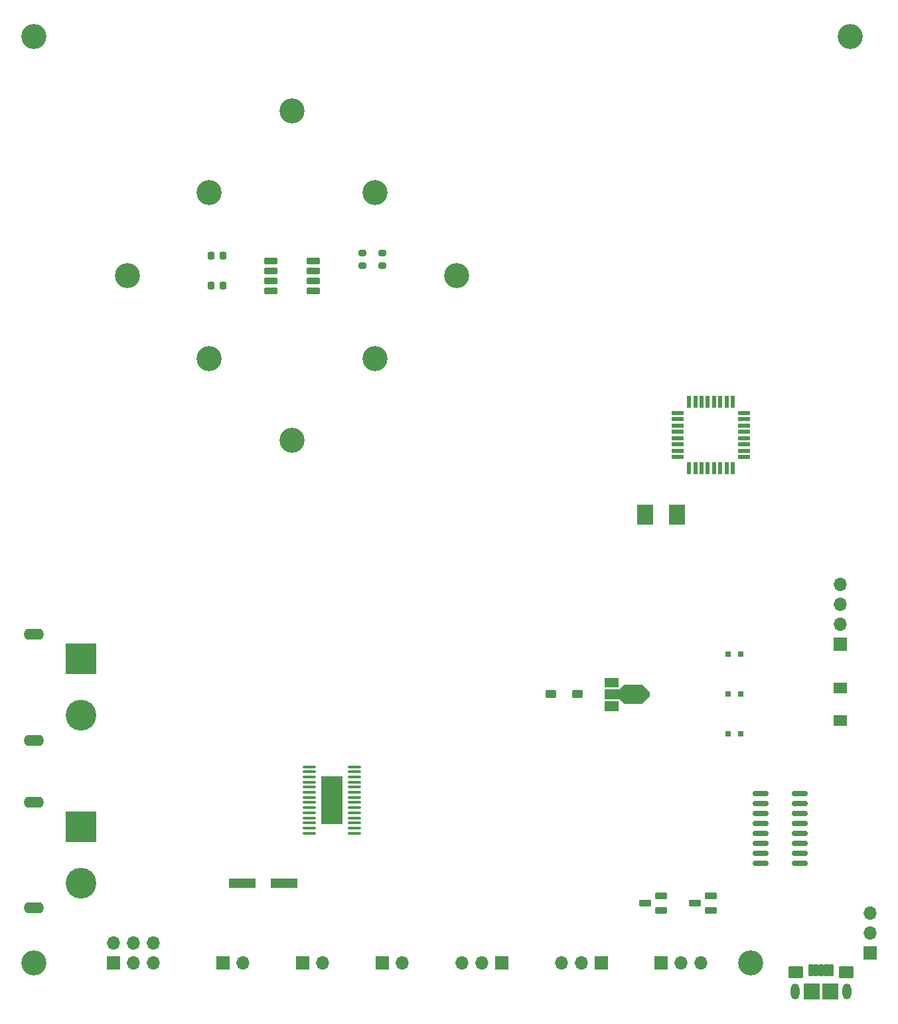
<source format=gbr>
%TF.GenerationSoftware,KiCad,Pcbnew,8.0.4*%
%TF.CreationDate,2024-08-11T19:16:42-04:00*%
%TF.ProjectId,foc_pcb,666f635f-7063-4622-9e6b-696361645f70,rev?*%
%TF.SameCoordinates,Original*%
%TF.FileFunction,Soldermask,Top*%
%TF.FilePolarity,Negative*%
%FSLAX46Y46*%
G04 Gerber Fmt 4.6, Leading zero omitted, Abs format (unit mm)*
G04 Created by KiCad (PCBNEW 8.0.4) date 2024-08-11 19:16:42*
%MOMM*%
%LPD*%
G01*
G04 APERTURE LIST*
G04 Aperture macros list*
%AMRoundRect*
0 Rectangle with rounded corners*
0 $1 Rounding radius*
0 $2 $3 $4 $5 $6 $7 $8 $9 X,Y pos of 4 corners*
0 Add a 4 corners polygon primitive as box body*
4,1,4,$2,$3,$4,$5,$6,$7,$8,$9,$2,$3,0*
0 Add four circle primitives for the rounded corners*
1,1,$1+$1,$2,$3*
1,1,$1+$1,$4,$5*
1,1,$1+$1,$6,$7*
1,1,$1+$1,$8,$9*
0 Add four rect primitives between the rounded corners*
20,1,$1+$1,$2,$3,$4,$5,0*
20,1,$1+$1,$4,$5,$6,$7,0*
20,1,$1+$1,$6,$7,$8,$9,0*
20,1,$1+$1,$8,$9,$2,$3,0*%
G04 Aperture macros list end*
%ADD10C,0.010000*%
%ADD11C,3.200000*%
%ADD12R,1.700000X1.700000*%
%ADD13O,1.700000X1.700000*%
%ADD14RoundRect,0.102000X-0.200000X-0.675000X0.200000X-0.675000X0.200000X0.675000X-0.200000X0.675000X0*%
%ADD15RoundRect,0.102000X-0.800000X-0.700000X0.800000X-0.700000X0.800000X0.700000X-0.800000X0.700000X0*%
%ADD16RoundRect,0.102000X-0.950000X-0.950000X0.950000X-0.950000X0.950000X0.950000X-0.950000X0.950000X0*%
%ADD17O,1.104000X2.004000*%
%ADD18RoundRect,0.102000X-0.750000X-0.325000X0.750000X-0.325000X0.750000X0.325000X-0.750000X0.325000X0*%
%ADD19R,3.500000X1.200000*%
%ADD20RoundRect,0.102000X1.858000X-1.858000X1.858000X1.858000X-1.858000X1.858000X-1.858000X-1.858000X0*%
%ADD21C,3.920000*%
%ADD22O,2.604000X1.404000*%
%ADD23RoundRect,0.102000X0.660400X0.279400X-0.660400X0.279400X-0.660400X-0.279400X0.660400X-0.279400X0*%
%ADD24R,0.800000X0.800000*%
%ADD25RoundRect,0.225000X0.225000X0.250000X-0.225000X0.250000X-0.225000X-0.250000X0.225000X-0.250000X0*%
%ADD26RoundRect,0.200000X-0.275000X0.200000X-0.275000X-0.200000X0.275000X-0.200000X0.275000X0.200000X0*%
%ADD27RoundRect,0.102000X0.950000X1.200000X-0.950000X1.200000X-0.950000X-1.200000X0.950000X-1.200000X0*%
%ADD28R,1.800000X1.350000*%
%ADD29O,1.731500X0.343000*%
%ADD30R,2.750000X6.200000*%
%ADD31R,1.500000X0.600000*%
%ADD32R,0.600000X1.500000*%
%ADD33RoundRect,0.150000X-0.825000X-0.150000X0.825000X-0.150000X0.825000X0.150000X-0.825000X0.150000X0*%
%ADD34RoundRect,0.102000X-0.605000X-0.365000X0.605000X-0.365000X0.605000X0.365000X-0.605000X0.365000X0*%
G04 APERTURE END LIST*
D10*
%TO.C,VR1*%
X336100000Y-261960000D02*
X334460000Y-261960000D01*
X334460000Y-260820000D01*
X336100000Y-260820000D01*
X336100000Y-261960000D01*
G36*
X336100000Y-261960000D02*
G01*
X334460000Y-261960000D01*
X334460000Y-260820000D01*
X336100000Y-260820000D01*
X336100000Y-261960000D01*
G37*
X336100000Y-264960000D02*
X334460000Y-264960000D01*
X334460000Y-263820000D01*
X336100000Y-263820000D01*
X336100000Y-264960000D01*
G36*
X336100000Y-264960000D02*
G01*
X334460000Y-264960000D01*
X334460000Y-263820000D01*
X336100000Y-263820000D01*
X336100000Y-264960000D01*
G37*
X340100000Y-262655000D02*
X340100000Y-263125000D01*
X339165000Y-264060000D01*
X336895000Y-264060000D01*
X336295000Y-263460000D01*
X334460000Y-263460000D01*
X334460000Y-262320000D01*
X336295000Y-262320000D01*
X336895000Y-261720000D01*
X339165000Y-261720000D01*
X340100000Y-262655000D01*
G36*
X340100000Y-262655000D02*
G01*
X340100000Y-263125000D01*
X339165000Y-264060000D01*
X336895000Y-264060000D01*
X336295000Y-263460000D01*
X334460000Y-263460000D01*
X334460000Y-262320000D01*
X336295000Y-262320000D01*
X336895000Y-261720000D01*
X339165000Y-261720000D01*
X340100000Y-262655000D01*
G37*
%TD*%
D11*
%TO.C,H12*%
X353060000Y-297180000D03*
%TD*%
%TO.C,H11*%
X261620000Y-297180000D03*
%TD*%
%TO.C,H10*%
X261620000Y-179070000D03*
%TD*%
%TO.C,H9*%
X365760000Y-179070000D03*
%TD*%
D12*
%TO.C,J1*%
X368300000Y-295910000D03*
D13*
X368300000Y-293370000D03*
X368300000Y-290830000D03*
%TD*%
D14*
%TO.C,J12*%
X360720000Y-298125000D03*
X361370000Y-298125000D03*
X362020000Y-298125000D03*
X362670000Y-298125000D03*
X363320000Y-298125000D03*
D15*
X358820000Y-298350000D03*
X365220000Y-298350000D03*
D16*
X360820000Y-300800000D03*
X363220000Y-300800000D03*
D17*
X358720000Y-300800000D03*
X365320000Y-300800000D03*
%TD*%
D11*
%TO.C,H2*%
X273550000Y-209550000D03*
%TD*%
D12*
%TO.C,J3*%
X334010000Y-297180000D03*
D13*
X331470000Y-297180000D03*
X328930000Y-297180000D03*
%TD*%
D12*
%TO.C,J4*%
X364490000Y-256530000D03*
D13*
X364490000Y-253990000D03*
X364490000Y-251450000D03*
X364490000Y-248910000D03*
%TD*%
D18*
%TO.C,IC1*%
X291850000Y-207645000D03*
X291850000Y-208915000D03*
X291850000Y-210185000D03*
X291850000Y-211455000D03*
X297250000Y-211455000D03*
X297250000Y-210185000D03*
X297250000Y-208915000D03*
X297250000Y-207645000D03*
%TD*%
D19*
%TO.C,C11*%
X288160000Y-287020000D03*
X293500000Y-287020000D03*
%TD*%
D20*
%TO.C,J5*%
X267620000Y-279820000D03*
D21*
X267620000Y-287020000D03*
D22*
X261620000Y-276670000D03*
X261620000Y-290170000D03*
%TD*%
D12*
%TO.C,J9*%
X306070000Y-297180000D03*
D13*
X308610000Y-297180000D03*
%TD*%
D11*
%TO.C,H5*%
X305156602Y-198943398D03*
%TD*%
D12*
%TO.C,J10*%
X271780000Y-297180000D03*
D13*
X271780000Y-294640000D03*
X274320000Y-297180000D03*
X274320000Y-294640000D03*
X276860000Y-297180000D03*
X276860000Y-294640000D03*
%TD*%
D12*
%TO.C,J11*%
X341630000Y-297180000D03*
D13*
X344170000Y-297180000D03*
X346710000Y-297180000D03*
%TD*%
D23*
%TO.C,U3*%
X341630000Y-290499800D03*
X341630000Y-288620200D03*
X339598000Y-289560000D03*
%TD*%
D24*
%TO.C,D3*%
X350191000Y-257810000D03*
X351790000Y-257810000D03*
%TD*%
D25*
%TO.C,C13*%
X285750000Y-207010000D03*
X284200000Y-207010000D03*
%TD*%
D20*
%TO.C,J6*%
X267620000Y-258420000D03*
D21*
X267620000Y-265620000D03*
D22*
X261620000Y-255270000D03*
X261620000Y-268770000D03*
%TD*%
D26*
%TO.C,R9*%
X303530000Y-208280000D03*
X303530000Y-206630000D03*
%TD*%
D27*
%TO.C,Y1*%
X343680000Y-240030000D03*
X339580000Y-240030000D03*
%TD*%
D28*
%TO.C,SW1*%
X364490000Y-262085000D03*
X364490000Y-266235000D03*
%TD*%
D24*
%TO.C,D1*%
X350191000Y-267977000D03*
X351790000Y-267970000D03*
%TD*%
D11*
%TO.C,H3*%
X294550000Y-230550000D03*
%TD*%
%TO.C,H7*%
X283943398Y-220156602D03*
%TD*%
D12*
%TO.C,J8*%
X295910000Y-297180000D03*
D13*
X298450000Y-297180000D03*
%TD*%
D11*
%TO.C,H6*%
X283943398Y-198943398D03*
%TD*%
D29*
%TO.C,U1*%
X296784000Y-272175000D03*
X296784000Y-272825000D03*
X296784000Y-273475000D03*
X296784000Y-274125000D03*
X296784000Y-274775000D03*
X296784000Y-275425000D03*
X296784000Y-276075000D03*
X296784000Y-276725000D03*
X296784000Y-277375000D03*
X296784000Y-278025000D03*
X296784000Y-278675000D03*
X296784000Y-279325000D03*
X296784000Y-279975000D03*
X296784000Y-280625000D03*
X302516000Y-280625000D03*
X302516000Y-279975000D03*
X302516000Y-279325000D03*
X302516000Y-278675000D03*
X302516000Y-278025000D03*
X302516000Y-277375000D03*
X302516000Y-276725000D03*
X302516000Y-276075000D03*
X302516000Y-275425000D03*
X302516000Y-274775000D03*
X302516000Y-274125000D03*
X302516000Y-273475000D03*
X302516000Y-272825000D03*
X302516000Y-272175000D03*
D30*
X299650000Y-276400000D03*
%TD*%
D11*
%TO.C,H1*%
X294550000Y-188550000D03*
%TD*%
%TO.C,H4*%
X315550000Y-209550000D03*
%TD*%
D24*
%TO.C,D5*%
X350191000Y-262890000D03*
X351790000Y-262890000D03*
%TD*%
D25*
%TO.C,C14*%
X285750000Y-210820000D03*
X284200000Y-210820000D03*
%TD*%
D31*
%TO.C,U2*%
X343730000Y-227070000D03*
X343730000Y-227870000D03*
X343730000Y-228670000D03*
X343730000Y-229470000D03*
X343730000Y-230270000D03*
X343730000Y-231070000D03*
X343730000Y-231870000D03*
X343730000Y-232670000D03*
D32*
X345180000Y-234120000D03*
X345980000Y-234120000D03*
X346780000Y-234120000D03*
X347580000Y-234120000D03*
X348380000Y-234120000D03*
X349180000Y-234120000D03*
X349980000Y-234120000D03*
X350780000Y-234120000D03*
D31*
X352230000Y-232670000D03*
X352230000Y-231870000D03*
X352230000Y-231070000D03*
X352230000Y-230270000D03*
X352230000Y-229470000D03*
X352230000Y-228670000D03*
X352230000Y-227870000D03*
X352230000Y-227070000D03*
D32*
X350780000Y-225620000D03*
X349980000Y-225620000D03*
X349180000Y-225620000D03*
X348380000Y-225620000D03*
X347580000Y-225620000D03*
X346780000Y-225620000D03*
X345980000Y-225620000D03*
X345180000Y-225620000D03*
%TD*%
D33*
%TO.C,U5*%
X354330000Y-275590000D03*
X354330000Y-276860000D03*
X354330000Y-278130000D03*
X354330000Y-279400000D03*
X354330000Y-280670000D03*
X354330000Y-281940000D03*
X354330000Y-283210000D03*
X354330000Y-284480000D03*
X359280000Y-284480000D03*
X359280000Y-283210000D03*
X359280000Y-281940000D03*
X359280000Y-280670000D03*
X359280000Y-279400000D03*
X359280000Y-278130000D03*
X359280000Y-276860000D03*
X359280000Y-275590000D03*
%TD*%
D26*
%TO.C,R11*%
X306070000Y-206630000D03*
X306070000Y-208280000D03*
%TD*%
D34*
%TO.C,D2*%
X330930000Y-262890000D03*
X327570000Y-262890000D03*
%TD*%
D23*
%TO.C,U4*%
X347980000Y-290499800D03*
X347980000Y-288620200D03*
X345948000Y-289560000D03*
%TD*%
D11*
%TO.C,H8*%
X305156602Y-220156602D03*
%TD*%
D12*
%TO.C,J2*%
X321295000Y-297180000D03*
D13*
X318755000Y-297180000D03*
X316215000Y-297180000D03*
%TD*%
D12*
%TO.C,J7*%
X285750000Y-297180000D03*
D13*
X288290000Y-297180000D03*
%TD*%
M02*

</source>
